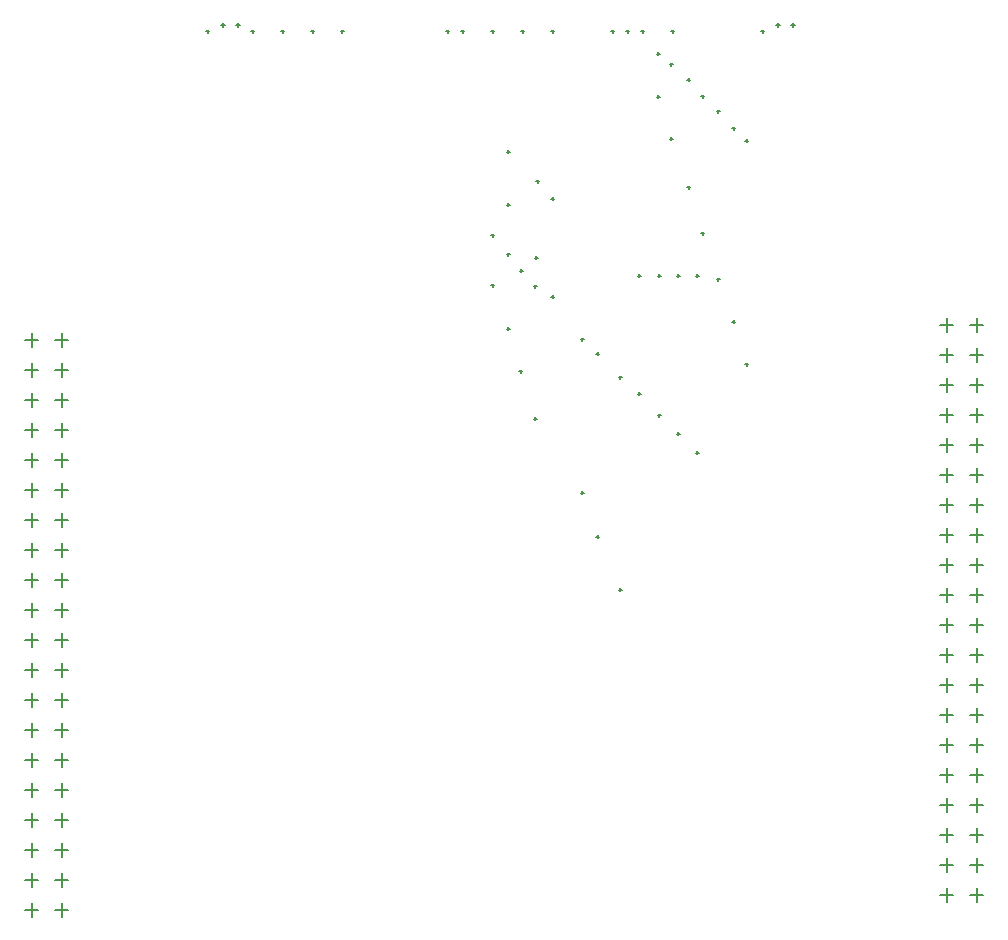
<source format=gbr>
%TF.GenerationSoftware,Altium Limited,Altium Designer,22.11.1 (43)*%
G04 Layer_Color=128*
%FSLAX45Y45*%
%MOMM*%
%TF.SameCoordinates,C297AA42-F212-4987-B5A2-20FF98F52B47*%
%TF.FilePolarity,Positive*%
%TF.FileFunction,Drillmap*%
%TF.Part,Single*%
G01*
G75*
%TA.AperFunction,NonConductor*%
%ADD33C,0.12700*%
D33*
X8769000Y2095500D02*
X8884000D01*
X8826500Y2038000D02*
Y2153000D01*
X8515000Y2095500D02*
X8630000D01*
X8572500Y2038000D02*
Y2153000D01*
X8769000Y2349500D02*
X8884000D01*
X8826500Y2292000D02*
Y2407000D01*
X8515000Y2349500D02*
X8630000D01*
X8572500Y2292000D02*
Y2407000D01*
X8769000Y2603500D02*
X8884000D01*
X8826500Y2546000D02*
Y2661000D01*
X8515000Y2603500D02*
X8630000D01*
X8572500Y2546000D02*
Y2661000D01*
X8769000Y2857500D02*
X8884000D01*
X8826500Y2800000D02*
Y2915000D01*
X8515000Y2857500D02*
X8630000D01*
X8572500Y2800000D02*
Y2915000D01*
X8769000Y3111500D02*
X8884000D01*
X8826500Y3054000D02*
Y3169000D01*
X8515000Y3111500D02*
X8630000D01*
X8572500Y3054000D02*
Y3169000D01*
X8769000Y3365500D02*
X8884000D01*
X8826500Y3308000D02*
Y3423000D01*
X8515000Y3365500D02*
X8630000D01*
X8572500Y3308000D02*
Y3423000D01*
X8769000Y3619500D02*
X8884000D01*
X8826500Y3562000D02*
Y3677000D01*
X8515000Y3619500D02*
X8630000D01*
X8572500Y3562000D02*
Y3677000D01*
X8769000Y3873500D02*
X8884000D01*
X8826500Y3816000D02*
Y3931000D01*
X8515000Y3873500D02*
X8630000D01*
X8572500Y3816000D02*
Y3931000D01*
X8769000Y4127500D02*
X8884000D01*
X8826500Y4070000D02*
Y4185000D01*
X8515000Y4127500D02*
X8630000D01*
X8572500Y4070000D02*
Y4185000D01*
X8769000Y4381500D02*
X8884000D01*
X8826500Y4324000D02*
Y4439000D01*
X8515000Y4381500D02*
X8630000D01*
X8572500Y4324000D02*
Y4439000D01*
X8769000Y4635500D02*
X8884000D01*
X8826500Y4578000D02*
Y4693000D01*
X8515000Y4635500D02*
X8630000D01*
X8572500Y4578000D02*
Y4693000D01*
X8769000Y4889500D02*
X8884000D01*
X8826500Y4832000D02*
Y4947000D01*
X8515000Y4889500D02*
X8630000D01*
X8572500Y4832000D02*
Y4947000D01*
X8769000Y5143500D02*
X8884000D01*
X8826500Y5086000D02*
Y5201000D01*
X8515000Y5143500D02*
X8630000D01*
X8572500Y5086000D02*
Y5201000D01*
X8769000Y5397500D02*
X8884000D01*
X8826500Y5340000D02*
Y5455000D01*
X8515000Y5397500D02*
X8630000D01*
X8572500Y5340000D02*
Y5455000D01*
X8769000Y5651500D02*
X8884000D01*
X8826500Y5594000D02*
Y5709000D01*
X8515000Y5651500D02*
X8630000D01*
X8572500Y5594000D02*
Y5709000D01*
X8769000Y5905500D02*
X8884000D01*
X8826500Y5848000D02*
Y5963000D01*
X8515000Y5905500D02*
X8630000D01*
X8572500Y5848000D02*
Y5963000D01*
X8769000Y6159500D02*
X8884000D01*
X8826500Y6102000D02*
Y6217000D01*
X8515000Y6159500D02*
X8630000D01*
X8572500Y6102000D02*
Y6217000D01*
X8769000Y6413500D02*
X8884000D01*
X8826500Y6356000D02*
Y6471000D01*
X8515000Y6413500D02*
X8630000D01*
X8572500Y6356000D02*
Y6471000D01*
X8769000Y6667500D02*
X8884000D01*
X8826500Y6610000D02*
Y6725000D01*
X8515000Y6667500D02*
X8630000D01*
X8572500Y6610000D02*
Y6725000D01*
X8769000Y6921500D02*
X8884000D01*
X8826500Y6864000D02*
Y6979000D01*
X8515000Y6921500D02*
X8630000D01*
X8572500Y6864000D02*
Y6979000D01*
X1022000Y1968500D02*
X1137000D01*
X1079500Y1911000D02*
Y2026000D01*
X768000Y1968500D02*
X883000D01*
X825500Y1911000D02*
Y2026000D01*
X1022000Y2222500D02*
X1137000D01*
X1079500Y2165000D02*
Y2280000D01*
X768000Y2222500D02*
X883000D01*
X825500Y2165000D02*
Y2280000D01*
X1022000Y2476500D02*
X1137000D01*
X1079500Y2419000D02*
Y2534000D01*
X768000Y2476500D02*
X883000D01*
X825500Y2419000D02*
Y2534000D01*
X1022000Y2730500D02*
X1137000D01*
X1079500Y2673000D02*
Y2788000D01*
X768000Y2730500D02*
X883000D01*
X825500Y2673000D02*
Y2788000D01*
X1022000Y2984500D02*
X1137000D01*
X1079500Y2927000D02*
Y3042000D01*
X768000Y2984500D02*
X883000D01*
X825500Y2927000D02*
Y3042000D01*
X1022000Y3238500D02*
X1137000D01*
X1079500Y3181000D02*
Y3296000D01*
X768000Y3238500D02*
X883000D01*
X825500Y3181000D02*
Y3296000D01*
X1022000Y3492500D02*
X1137000D01*
X1079500Y3435000D02*
Y3550000D01*
X768000Y3492500D02*
X883000D01*
X825500Y3435000D02*
Y3550000D01*
X1022000Y3746500D02*
X1137000D01*
X1079500Y3689000D02*
Y3804000D01*
X768000Y3746500D02*
X883000D01*
X825500Y3689000D02*
Y3804000D01*
X1022000Y4000500D02*
X1137000D01*
X1079500Y3943000D02*
Y4058000D01*
X768000Y4000500D02*
X883000D01*
X825500Y3943000D02*
Y4058000D01*
X1022000Y4254500D02*
X1137000D01*
X1079500Y4197000D02*
Y4312000D01*
X768000Y4254500D02*
X883000D01*
X825500Y4197000D02*
Y4312000D01*
X1022000Y4508500D02*
X1137000D01*
X1079500Y4451000D02*
Y4566000D01*
X768000Y4508500D02*
X883000D01*
X825500Y4451000D02*
Y4566000D01*
X1022000Y4762500D02*
X1137000D01*
X1079500Y4705000D02*
Y4820000D01*
X768000Y4762500D02*
X883000D01*
X825500Y4705000D02*
Y4820000D01*
X1022000Y5016500D02*
X1137000D01*
X1079500Y4959000D02*
Y5074000D01*
X768000Y5016500D02*
X883000D01*
X825500Y4959000D02*
Y5074000D01*
X1022000Y5270500D02*
X1137000D01*
X1079500Y5213000D02*
Y5328000D01*
X768000Y5270500D02*
X883000D01*
X825500Y5213000D02*
Y5328000D01*
X1022000Y5524500D02*
X1137000D01*
X1079500Y5467000D02*
Y5582000D01*
X768000Y5524500D02*
X883000D01*
X825500Y5467000D02*
Y5582000D01*
X1022000Y5778500D02*
X1137000D01*
X1079500Y5721000D02*
Y5836000D01*
X768000Y5778500D02*
X883000D01*
X825500Y5721000D02*
Y5836000D01*
X1022000Y6032500D02*
X1137000D01*
X1079500Y5975000D02*
Y6090000D01*
X768000Y6032500D02*
X883000D01*
X825500Y5975000D02*
Y6090000D01*
X1022000Y6286500D02*
X1137000D01*
X1079500Y6229000D02*
Y6344000D01*
X768000Y6286500D02*
X883000D01*
X825500Y6229000D02*
Y6344000D01*
X1022000Y6540500D02*
X1137000D01*
X1079500Y6483000D02*
Y6598000D01*
X768000Y6540500D02*
X883000D01*
X825500Y6483000D02*
Y6598000D01*
X1022000Y6794500D02*
X1137000D01*
X1079500Y6737000D02*
Y6852000D01*
X768000Y6794500D02*
X883000D01*
X825500Y6737000D02*
Y6852000D01*
X4955964Y6531336D02*
X4981364D01*
X4968664Y6518636D02*
Y6544036D01*
X5988000Y9410000D02*
X6013400D01*
X6000700Y9397300D02*
Y9422700D01*
X6117300Y9220000D02*
X6142700D01*
X6130000Y9207300D02*
Y9232700D01*
X6242000Y9410000D02*
X6267400D01*
X6254700Y9397300D02*
Y9422700D01*
X6447300Y7340000D02*
X6472700D01*
X6460000Y7327300D02*
Y7352700D01*
X6447300Y5840000D02*
X6472700D01*
X6460000Y5827300D02*
Y5852700D01*
X5957300Y6340000D02*
X5982700D01*
X5970000Y6327300D02*
Y6352700D01*
X6287300Y6000000D02*
X6312700D01*
X6300000Y5987300D02*
Y6012700D01*
X6287300Y7340000D02*
X6312700D01*
X6300000Y7327300D02*
Y7352700D01*
X6127300Y7340000D02*
X6152700D01*
X6140000Y7327300D02*
Y7352700D01*
X6127300Y6160000D02*
X6152700D01*
X6140000Y6147300D02*
Y6172700D01*
X6377300Y8088000D02*
X6402700D01*
X6390000Y8075300D02*
Y8100700D01*
X6117300Y8856000D02*
X6142700D01*
X6130000Y8843300D02*
Y8868700D01*
X6227300Y9130000D02*
X6252700D01*
X6240000Y9117300D02*
Y9142700D01*
X6377300Y9000000D02*
X6402700D01*
X6390000Y8987300D02*
Y9012700D01*
X6227300Y8500000D02*
X6252700D01*
X6240000Y8487300D02*
Y8512700D01*
X6497300Y8860000D02*
X6522700D01*
X6510000Y8847300D02*
Y8872700D01*
X5957300Y7340000D02*
X5982700D01*
X5970000Y7327300D02*
Y7352700D01*
X5797300Y4680000D02*
X5822700D01*
X5810000Y4667300D02*
Y4692700D01*
X5797300Y6480000D02*
X5822700D01*
X5810000Y6467300D02*
Y6492700D01*
X5861000Y9410000D02*
X5886400D01*
X5873700Y9397300D02*
Y9422700D01*
X5734000Y9410000D02*
X5759400D01*
X5746700Y9397300D02*
Y9422700D01*
X5607300Y6680000D02*
X5632700D01*
X5620000Y6667300D02*
Y6692700D01*
X5477300Y6800000D02*
X5502700D01*
X5490000Y6787300D02*
Y6812700D01*
X5607300Y5130000D02*
X5632700D01*
X5620000Y5117300D02*
Y5142700D01*
X5477300Y5500000D02*
X5502700D01*
X5490000Y5487300D02*
Y5512700D01*
X5227300Y7160000D02*
X5252700D01*
X5240000Y7147300D02*
Y7172700D01*
X5077300Y7250000D02*
X5102700D01*
X5090000Y7237300D02*
Y7262700D01*
X5227300Y7990000D02*
X5252700D01*
X5240000Y7977300D02*
Y8002700D01*
X5087300Y7490000D02*
X5112700D01*
X5100000Y7477300D02*
Y7502700D01*
X4957300Y7380000D02*
X4982700D01*
X4970000Y7367300D02*
Y7392700D01*
X5097300Y8140000D02*
X5122700D01*
X5110000Y8127300D02*
Y8152700D01*
X4972000Y9410000D02*
X4997400D01*
X4984700Y9397300D02*
Y9422700D01*
X5077300Y6130000D02*
X5102700D01*
X5090000Y6117300D02*
Y6142700D01*
X4847300Y7520000D02*
X4872700D01*
X4860000Y7507300D02*
Y7532700D01*
X4847300Y6890000D02*
X4872700D01*
X4860000Y6877300D02*
Y6902700D01*
X4717300Y7260000D02*
X4742700D01*
X4730000Y7247300D02*
Y7272700D01*
X4717300Y7680000D02*
X4742700D01*
X4730000Y7667300D02*
Y7692700D01*
X4847300Y7940000D02*
X4872700D01*
X4860000Y7927300D02*
Y7952700D01*
X4464000Y9410000D02*
X4489400D01*
X4476700Y9397300D02*
Y9422700D01*
X4847300Y8390000D02*
X4872700D01*
X4860000Y8377300D02*
Y8402700D01*
X6867300Y6590000D02*
X6892700D01*
X6880000Y6577300D02*
Y6602700D01*
X6867300Y8480000D02*
X6892700D01*
X6880000Y8467300D02*
Y8492700D01*
X6757300Y6950000D02*
X6782700D01*
X6770000Y6937300D02*
Y6962700D01*
X6757300Y8590000D02*
X6782700D01*
X6770000Y8577300D02*
Y8602700D01*
X6627300Y8730000D02*
X6652700D01*
X6640000Y8717300D02*
Y8742700D01*
X6627300Y7310000D02*
X6652700D01*
X6640000Y7297300D02*
Y7322700D01*
X6497300Y7700000D02*
X6522700D01*
X6510000Y7687300D02*
Y7712700D01*
X5226000Y9410000D02*
X5251400D01*
X5238700Y9397300D02*
Y9422700D01*
X7004000Y9410000D02*
X7029400D01*
X7016700Y9397300D02*
Y9422700D01*
X3445050Y9410000D02*
X3470450D01*
X3457750Y9397300D02*
Y9422700D01*
X4337000Y9410000D02*
X4362400D01*
X4349700Y9397300D02*
Y9422700D01*
X2940000Y9410000D02*
X2965400D01*
X2952700Y9397300D02*
Y9422700D01*
X2426900Y9460000D02*
X2462500D01*
X2444700Y9442200D02*
Y9477800D01*
X2553900Y9460000D02*
X2589500D01*
X2571700Y9442200D02*
Y9477800D01*
X4718000Y9410000D02*
X4743400D01*
X4730700Y9397300D02*
Y9422700D01*
X3194000Y9410000D02*
X3219400D01*
X3206700Y9397300D02*
Y9422700D01*
X2686000Y9410000D02*
X2711400D01*
X2698700Y9397300D02*
Y9422700D01*
X2305000Y9410000D02*
X2330400D01*
X2317700Y9397300D02*
Y9422700D01*
X7252900Y9460000D02*
X7288500D01*
X7270700Y9442200D02*
Y9477800D01*
X7125900Y9460000D02*
X7161500D01*
X7143700Y9442200D02*
Y9477800D01*
%TF.MD5,c8fe2ac8c4a655def744ec0e55fc7b00*%
M02*

</source>
